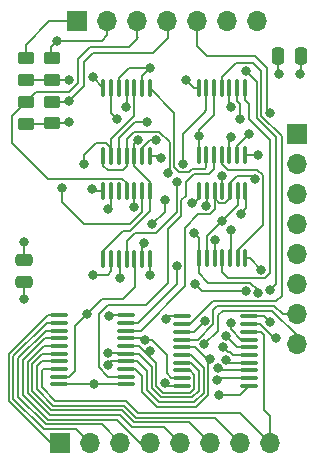
<source format=gbr>
%TF.GenerationSoftware,KiCad,Pcbnew,(6.0.0-0)*%
%TF.CreationDate,2022-02-14T20:59:38-05:00*%
%TF.ProjectId,Shifter-v6,53686966-7465-4722-9d76-362e6b696361,rev?*%
%TF.SameCoordinates,Original*%
%TF.FileFunction,Copper,L1,Top*%
%TF.FilePolarity,Positive*%
%FSLAX46Y46*%
G04 Gerber Fmt 4.6, Leading zero omitted, Abs format (unit mm)*
G04 Created by KiCad (PCBNEW (6.0.0-0)) date 2022-02-14 20:59:38*
%MOMM*%
%LPD*%
G01*
G04 APERTURE LIST*
G04 Aperture macros list*
%AMRoundRect*
0 Rectangle with rounded corners*
0 $1 Rounding radius*
0 $2 $3 $4 $5 $6 $7 $8 $9 X,Y pos of 4 corners*
0 Add a 4 corners polygon primitive as box body*
4,1,4,$2,$3,$4,$5,$6,$7,$8,$9,$2,$3,0*
0 Add four circle primitives for the rounded corners*
1,1,$1+$1,$2,$3*
1,1,$1+$1,$4,$5*
1,1,$1+$1,$6,$7*
1,1,$1+$1,$8,$9*
0 Add four rect primitives between the rounded corners*
20,1,$1+$1,$2,$3,$4,$5,0*
20,1,$1+$1,$4,$5,$6,$7,0*
20,1,$1+$1,$6,$7,$8,$9,0*
20,1,$1+$1,$8,$9,$2,$3,0*%
G04 Aperture macros list end*
%TA.AperFunction,SMDPad,CuDef*%
%ADD10RoundRect,0.100000X0.637500X0.100000X-0.637500X0.100000X-0.637500X-0.100000X0.637500X-0.100000X0*%
%TD*%
%TA.AperFunction,SMDPad,CuDef*%
%ADD11RoundRect,0.100000X-0.637500X-0.100000X0.637500X-0.100000X0.637500X0.100000X-0.637500X0.100000X0*%
%TD*%
%TA.AperFunction,SMDPad,CuDef*%
%ADD12RoundRect,0.100000X0.100000X-0.637500X0.100000X0.637500X-0.100000X0.637500X-0.100000X-0.637500X0*%
%TD*%
%TA.AperFunction,SMDPad,CuDef*%
%ADD13RoundRect,0.250000X-0.450000X0.262500X-0.450000X-0.262500X0.450000X-0.262500X0.450000X0.262500X0*%
%TD*%
%TA.AperFunction,SMDPad,CuDef*%
%ADD14RoundRect,0.250000X-0.475000X0.250000X-0.475000X-0.250000X0.475000X-0.250000X0.475000X0.250000X0*%
%TD*%
%TA.AperFunction,SMDPad,CuDef*%
%ADD15RoundRect,0.250000X-0.250000X-0.475000X0.250000X-0.475000X0.250000X0.475000X-0.250000X0.475000X0*%
%TD*%
%TA.AperFunction,ComponentPad*%
%ADD16R,1.700000X1.700000*%
%TD*%
%TA.AperFunction,ComponentPad*%
%ADD17O,1.700000X1.700000*%
%TD*%
%TA.AperFunction,ViaPad*%
%ADD18C,0.800000*%
%TD*%
%TA.AperFunction,Conductor*%
%ADD19C,0.200000*%
%TD*%
G04 APERTURE END LIST*
D10*
%TO.P,U5,1,A->B*%
%TO.N,VCC*%
X170248500Y-96143000D03*
%TO.P,U5,2,A0*%
%TO.N,Net-(U4-Pad3)*%
X170248500Y-95493000D03*
%TO.P,U5,3,A1*%
%TO.N,A5*%
X170248500Y-94843000D03*
%TO.P,U5,4,A2*%
%TO.N,A4*%
X170248500Y-94193000D03*
%TO.P,U5,5,A3*%
%TO.N,A3*%
X170248500Y-93543000D03*
%TO.P,U5,6,A4*%
%TO.N,A2*%
X170248500Y-92893000D03*
%TO.P,U5,7,A5*%
%TO.N,A1*%
X170248500Y-92243000D03*
%TO.P,U5,8,A6*%
%TO.N,A0*%
X170248500Y-91593000D03*
%TO.P,U5,9,A7*%
%TO.N,Net-(U3-Pad3)*%
X170248500Y-90943000D03*
%TO.P,U5,10,GND*%
%TO.N,GND*%
X170248500Y-90293000D03*
%TO.P,U5,11,B7*%
%TO.N,Q0*%
X164523500Y-90293000D03*
%TO.P,U5,12,B6*%
%TO.N,Q1*%
X164523500Y-90943000D03*
%TO.P,U5,13,B5*%
%TO.N,Q2*%
X164523500Y-91593000D03*
%TO.P,U5,14,B4*%
%TO.N,Q3*%
X164523500Y-92243000D03*
%TO.P,U5,15,B3*%
%TO.N,Q4*%
X164523500Y-92893000D03*
%TO.P,U5,16,B2*%
%TO.N,Q5*%
X164523500Y-93543000D03*
%TO.P,U5,17,B1*%
%TO.N,Q6*%
X164523500Y-94193000D03*
%TO.P,U5,18,B0*%
%TO.N,Q7*%
X164523500Y-94843000D03*
%TO.P,U5,19,CE*%
%TO.N,~{SHL}*%
X164523500Y-95493000D03*
%TO.P,U5,20,VCC*%
%TO.N,VCC*%
X164523500Y-96143000D03*
%TD*%
D11*
%TO.P,U6,1,A->B*%
%TO.N,VCC*%
X174937500Y-90397000D03*
%TO.P,U6,2,A0*%
%TO.N,Net-(U4-Pad11)*%
X174937500Y-91047000D03*
%TO.P,U6,3,A1*%
%TO.N,A7*%
X174937500Y-91697000D03*
%TO.P,U6,4,A2*%
%TO.N,A6*%
X174937500Y-92347000D03*
%TO.P,U6,5,A3*%
%TO.N,A5*%
X174937500Y-92997000D03*
%TO.P,U6,6,A4*%
%TO.N,A4*%
X174937500Y-93647000D03*
%TO.P,U6,7,A5*%
%TO.N,A3*%
X174937500Y-94297000D03*
%TO.P,U6,8,A6*%
%TO.N,A2*%
X174937500Y-94947000D03*
%TO.P,U6,9,A7*%
%TO.N,A1*%
X174937500Y-95597000D03*
%TO.P,U6,10,GND*%
%TO.N,GND*%
X174937500Y-96247000D03*
%TO.P,U6,11,B7*%
%TO.N,Q0*%
X180662500Y-96247000D03*
%TO.P,U6,12,B6*%
%TO.N,Q1*%
X180662500Y-95597000D03*
%TO.P,U6,13,B5*%
%TO.N,Q2*%
X180662500Y-94947000D03*
%TO.P,U6,14,B4*%
%TO.N,Q3*%
X180662500Y-94297000D03*
%TO.P,U6,15,B3*%
%TO.N,Q4*%
X180662500Y-93647000D03*
%TO.P,U6,16,B2*%
%TO.N,Q5*%
X180662500Y-92997000D03*
%TO.P,U6,17,B1*%
%TO.N,Q6*%
X180662500Y-92347000D03*
%TO.P,U6,18,B0*%
%TO.N,Q7*%
X180662500Y-91697000D03*
%TO.P,U6,19,CE*%
%TO.N,~{SHR}*%
X180662500Y-91047000D03*
%TO.P,U6,20,VCC*%
%TO.N,VCC*%
X180662500Y-90397000D03*
%TD*%
D12*
%TO.P,U2,1*%
%TO.N,ARITHMETIC*%
X168300000Y-85512500D03*
%TO.P,U2,2*%
%TO.N,/!ARITHMETIC*%
X168950000Y-85512500D03*
%TO.P,U2,3*%
%TO.N,~{SHR}*%
X169600000Y-85512500D03*
%TO.P,U2,4*%
%TO.N,Net-(U2-Pad4)*%
X170250000Y-85512500D03*
%TO.P,U2,5*%
%TO.N,~{SHL}*%
X170900000Y-85512500D03*
%TO.P,U2,6*%
%TO.N,Net-(U2-Pad6)*%
X171550000Y-85512500D03*
%TO.P,U2,7,GND*%
%TO.N,GND*%
X172200000Y-85512500D03*
%TO.P,U2,8*%
%TO.N,ARITHMETIC*%
X172200000Y-79787500D03*
%TO.P,U2,9*%
%TO.N,~{ARITHMETIC}*%
X171550000Y-79787500D03*
%TO.P,U2,10*%
%TO.N,ROTATE*%
X170900000Y-79787500D03*
%TO.P,U2,11*%
%TO.N,~{ROTATE}*%
X170250000Y-79787500D03*
%TO.P,U2,12*%
%TO.N,unconnected-(U2-Pad12)*%
X169600000Y-79787500D03*
%TO.P,U2,13*%
%TO.N,GND*%
X168950000Y-79787500D03*
%TO.P,U2,14,VCC*%
%TO.N,VCC*%
X168300000Y-79787500D03*
%TD*%
D13*
%TO.P,R11,1*%
%TO.N,~{SHL}*%
X163900000Y-68525000D03*
%TO.P,R11,2*%
%TO.N,VCC*%
X163900000Y-70350000D03*
%TD*%
D12*
%TO.P,U1,1*%
%TO.N,A7*%
X168300000Y-76812500D03*
%TO.P,U1,2*%
%TO.N,/!ARITHMETIC*%
X168950000Y-76812500D03*
%TO.P,U1,3*%
%TO.N,Net-(U1-Pad3)*%
X169600000Y-76812500D03*
%TO.P,U1,4*%
%TO.N,A7*%
X170250000Y-76812500D03*
%TO.P,U1,5*%
%TO.N,ARITHMETIC*%
X170900000Y-76812500D03*
%TO.P,U1,6*%
%TO.N,/ARITHMETIC_AND_A7*%
X171550000Y-76812500D03*
%TO.P,U1,7,GND*%
%TO.N,GND*%
X172200000Y-76812500D03*
%TO.P,U1,8*%
%TO.N,Net-(U1-Pad8)*%
X172200000Y-71087500D03*
%TO.P,U1,9*%
%TO.N,A6*%
X171550000Y-71087500D03*
%TO.P,U1,10*%
%TO.N,/!ARITHMETIC*%
X170900000Y-71087500D03*
%TO.P,U1,11*%
%TO.N,Net-(U1-Pad11)*%
X170250000Y-71087500D03*
%TO.P,U1,12*%
%TO.N,A6*%
X169600000Y-71087500D03*
%TO.P,U1,13*%
%TO.N,ARITHMETIC*%
X168950000Y-71087500D03*
%TO.P,U1,14,VCC*%
%TO.N,VCC*%
X168300000Y-71087500D03*
%TD*%
D13*
%TO.P,R12,1*%
%TO.N,~{SHR}*%
X161700000Y-68537500D03*
%TO.P,R12,2*%
%TO.N,VCC*%
X161700000Y-70362500D03*
%TD*%
D14*
%TO.P,C2,1*%
%TO.N,GND*%
X161550000Y-85600000D03*
%TO.P,C2,2*%
%TO.N,VCC*%
X161550000Y-87500000D03*
%TD*%
D12*
%TO.P,U3,1*%
%TO.N,A7*%
X176400000Y-85462500D03*
%TO.P,U3,2*%
%TO.N,ROTATE*%
X177050000Y-85462500D03*
%TO.P,U3,3*%
%TO.N,Net-(U3-Pad3)*%
X177700000Y-85462500D03*
%TO.P,U3,4*%
%TO.N,Net-(U3-Pad4)*%
X178350000Y-85462500D03*
%TO.P,U3,5*%
%TO.N,Net-(U2-Pad6)*%
X179000000Y-85462500D03*
%TO.P,U3,6*%
%TO.N,Net-(U3-Pad6)*%
X179650000Y-85462500D03*
%TO.P,U3,7,GND*%
%TO.N,GND*%
X180300000Y-85462500D03*
%TO.P,U3,8*%
%TO.N,Net-(U3-Pad8)*%
X180300000Y-79737500D03*
%TO.P,U3,9*%
%TO.N,ROTATE*%
X179650000Y-79737500D03*
%TO.P,U3,10*%
%TO.N,A0*%
X179000000Y-79737500D03*
%TO.P,U3,11*%
%TO.N,Net-(U3-Pad11)*%
X178350000Y-79737500D03*
%TO.P,U3,12*%
%TO.N,A0*%
X177700000Y-79737500D03*
%TO.P,U3,13*%
%TO.N,Net-(U2-Pad4)*%
X177050000Y-79737500D03*
%TO.P,U3,14,VCC*%
%TO.N,VCC*%
X176400000Y-79737500D03*
%TD*%
D13*
%TO.P,R13,1*%
%TO.N,~{ARITHMETIC}*%
X163900000Y-72225000D03*
%TO.P,R13,2*%
%TO.N,VCC*%
X163900000Y-74050000D03*
%TD*%
D15*
%TO.P,C1,1*%
%TO.N,GND*%
X183100000Y-68300000D03*
%TO.P,C1,2*%
%TO.N,VCC*%
X185000000Y-68300000D03*
%TD*%
D12*
%TO.P,U4,1*%
%TO.N,/ARITHMETIC_AND_A7*%
X176350000Y-76762500D03*
%TO.P,U4,2*%
%TO.N,Net-(U1-Pad8)*%
X177000000Y-76762500D03*
%TO.P,U4,3*%
%TO.N,Net-(U4-Pad3)*%
X177650000Y-76762500D03*
%TO.P,U4,4*%
%TO.N,Net-(U3-Pad6)*%
X178300000Y-76762500D03*
%TO.P,U4,5*%
%TO.N,Net-(U3-Pad11)*%
X178950000Y-76762500D03*
%TO.P,U4,6*%
%TO.N,CARRY_OUT*%
X179600000Y-76762500D03*
%TO.P,U4,7,GND*%
%TO.N,GND*%
X180250000Y-76762500D03*
%TO.P,U4,8*%
%TO.N,Net-(U3-Pad4)*%
X180250000Y-71037500D03*
%TO.P,U4,9*%
%TO.N,Net-(U1-Pad3)*%
X179600000Y-71037500D03*
%TO.P,U4,10*%
%TO.N,Net-(U1-Pad11)*%
X178950000Y-71037500D03*
%TO.P,U4,11*%
%TO.N,Net-(U4-Pad11)*%
X178300000Y-71037500D03*
%TO.P,U4,12*%
%TO.N,/ARITHMETIC_AND_A7*%
X177650000Y-71037500D03*
%TO.P,U4,13*%
%TO.N,Net-(U3-Pad8)*%
X177000000Y-71037500D03*
%TO.P,U4,14,VCC*%
%TO.N,VCC*%
X176350000Y-71037500D03*
%TD*%
D13*
%TO.P,R10,1*%
%TO.N,~{ROTATE}*%
X161700000Y-72237500D03*
%TO.P,R10,2*%
%TO.N,VCC*%
X161700000Y-74062500D03*
%TD*%
D16*
%TO.P,J3,1,Pin_1*%
%TO.N,~{SHR}*%
X166075000Y-65400000D03*
D17*
%TO.P,J3,2,Pin_2*%
%TO.N,~{SHL}*%
X168615000Y-65400000D03*
%TO.P,J3,3,Pin_3*%
%TO.N,~{ROTATE}*%
X171155000Y-65400000D03*
%TO.P,J3,4,Pin_4*%
%TO.N,~{ARITHMETIC}*%
X173695000Y-65400000D03*
%TO.P,J3,5,Pin_5*%
%TO.N,CARRY_OUT*%
X176235000Y-65400000D03*
%TO.P,J3,6,Pin_6*%
%TO.N,GND*%
X178775000Y-65400000D03*
%TO.P,J3,7,Pin_7*%
%TO.N,VCC*%
X181315000Y-65400000D03*
%TD*%
D16*
%TO.P,J2,1,Pin_1*%
%TO.N,Q0*%
X164630000Y-101100000D03*
D17*
%TO.P,J2,2,Pin_2*%
%TO.N,Q1*%
X167170000Y-101100000D03*
%TO.P,J2,3,Pin_3*%
%TO.N,Q2*%
X169710000Y-101100000D03*
%TO.P,J2,4,Pin_4*%
%TO.N,Q3*%
X172250000Y-101100000D03*
%TO.P,J2,5,Pin_5*%
%TO.N,Q4*%
X174790000Y-101100000D03*
%TO.P,J2,6,Pin_6*%
%TO.N,Q5*%
X177330000Y-101100000D03*
%TO.P,J2,7,Pin_7*%
%TO.N,Q6*%
X179870000Y-101100000D03*
%TO.P,J2,8,Pin_8*%
%TO.N,Q7*%
X182410000Y-101100000D03*
%TD*%
D16*
%TO.P,J1,1,Pin_1*%
%TO.N,A0*%
X184700000Y-74970000D03*
D17*
%TO.P,J1,2,Pin_2*%
%TO.N,A1*%
X184700000Y-77510000D03*
%TO.P,J1,3,Pin_3*%
%TO.N,A2*%
X184700000Y-80050000D03*
%TO.P,J1,4,Pin_4*%
%TO.N,A3*%
X184700000Y-82590000D03*
%TO.P,J1,5,Pin_5*%
%TO.N,A4*%
X184700000Y-85130000D03*
%TO.P,J1,6,Pin_6*%
%TO.N,A5*%
X184700000Y-87670000D03*
%TO.P,J1,7,Pin_7*%
%TO.N,A6*%
X184700000Y-90210000D03*
%TO.P,J1,8,Pin_8*%
%TO.N,A7*%
X184700000Y-92750000D03*
%TD*%
D18*
%TO.N,A0*%
X181102000Y-78740000D03*
%TO.N,A1*%
X171837756Y-92422987D03*
%TO.N,A2*%
X172257349Y-93330151D03*
%TO.N,A3*%
X168651784Y-93460782D03*
%TO.N,A4*%
X168656000Y-94488000D03*
%TO.N,A5*%
X177292000Y-93980000D03*
%TO.N,A6*%
X180340000Y-69596000D03*
X182372000Y-88138000D03*
X172212000Y-69342000D03*
%TO.N,A7*%
X173736000Y-78232000D03*
X176847716Y-92757023D03*
X181356000Y-88392000D03*
X175959500Y-83312000D03*
X176866125Y-90760125D03*
%TO.N,Q0*%
X178054000Y-97028000D03*
%TO.N,Q1*%
X177952195Y-95779695D03*
%TO.N,Q2*%
X177977620Y-94780516D03*
%TO.N,Q3*%
X178709006Y-94099282D03*
%TO.N,Q4*%
X178386236Y-92989702D03*
%TO.N,Q5*%
X178672965Y-92032209D03*
%TO.N,Q6*%
X179070000Y-90932000D03*
%TO.N,VCC*%
X184912000Y-69850000D03*
X161544000Y-88900000D03*
X175260000Y-70358000D03*
X167323500Y-79562544D03*
X173560175Y-90611118D03*
X175770876Y-80795880D03*
X165354000Y-70358000D03*
X167509000Y-96143000D03*
X167386000Y-70104000D03*
X182372000Y-90844022D03*
X165354000Y-73914000D03*
%TO.N,GND*%
X161544000Y-84074000D03*
X168692681Y-81324348D03*
X168738372Y-90314872D03*
X172212000Y-86868000D03*
X181659786Y-86422500D03*
X181356000Y-76708000D03*
X173207489Y-76962000D03*
X173482000Y-96012000D03*
X183134000Y-69850000D03*
%TO.N,CARRY_OUT*%
X180594000Y-74930000D03*
X182372000Y-73152000D03*
%TO.N,~{SHR}*%
X182880000Y-92202000D03*
X176022000Y-87630000D03*
X169672000Y-87122000D03*
X180364007Y-88269709D03*
%TO.N,~{SHL}*%
X164338000Y-67056000D03*
X166878000Y-90170000D03*
%TO.N,ARITHMETIC*%
X169418000Y-73660000D03*
X171196000Y-75438000D03*
%TO.N,ROTATE*%
X178308000Y-82296000D03*
X172444248Y-82598509D03*
X173482000Y-80518000D03*
X170850500Y-81095058D03*
%TO.N,/!ARITHMETIC*%
X167386000Y-86868000D03*
X166624000Y-77470000D03*
%TO.N,Net-(U1-Pad3)*%
X171958000Y-73914000D03*
X179832000Y-73660000D03*
%TO.N,Net-(U1-Pad11)*%
X170180000Y-72644000D03*
X179070000Y-72644000D03*
%TO.N,/ARITHMETIC_AND_A7*%
X176350000Y-75110000D03*
X172720000Y-75438000D03*
%TO.N,Net-(U2-Pad4)*%
X177000500Y-81026000D03*
X174498000Y-78993998D03*
%TO.N,Net-(U2-Pad6)*%
X179070000Y-83058000D03*
X171762826Y-84191652D03*
%TO.N,Net-(U3-Pad3)*%
X177749500Y-83899146D03*
X174498000Y-86106000D03*
%TO.N,Net-(U3-Pad8)*%
X175006000Y-77470000D03*
X179915630Y-81677613D03*
%TO.N,Net-(U3-Pad11)*%
X179070000Y-75184000D03*
X178308000Y-78486000D03*
%TO.N,~{ARITHMETIC}*%
X164762989Y-79491100D03*
X165354000Y-72136000D03*
%TD*%
D19*
%TO.N,A0*%
X177290248Y-81725511D02*
X177700000Y-81315759D01*
X178615486Y-80774520D02*
X178084514Y-80774520D01*
X179000000Y-79737500D02*
X179000000Y-79064000D01*
X179578000Y-78486000D02*
X180848000Y-78486000D01*
X170248500Y-91593000D02*
X171452497Y-91593000D01*
X177700000Y-81315759D02*
X177700000Y-79737500D01*
X179000000Y-79064000D02*
X179578000Y-78486000D01*
X171452497Y-91593000D02*
X175197501Y-87847996D01*
X177700000Y-80390006D02*
X177700000Y-79737500D01*
X175197501Y-87847996D02*
X175197501Y-82866499D01*
X180848000Y-78486000D02*
X181102000Y-78740000D01*
X175197501Y-82866499D02*
X176338489Y-81725511D01*
X176338489Y-81725511D02*
X177290248Y-81725511D01*
X179000000Y-79737500D02*
X179000000Y-80390006D01*
X179000000Y-80390006D02*
X178615486Y-80774520D01*
X178084514Y-80774520D02*
X177700000Y-80390006D01*
%TO.N,A1*%
X172406232Y-92422987D02*
X171837756Y-92422987D01*
X171657769Y-92243000D02*
X171837756Y-92422987D01*
X170248500Y-92243000D02*
X171657769Y-92243000D01*
X174056997Y-95597000D02*
X173664532Y-95204535D01*
X173664532Y-95204535D02*
X173664532Y-93681287D01*
X174937500Y-95597000D02*
X174056997Y-95597000D01*
X173664532Y-93681287D02*
X172406232Y-92422987D01*
%TO.N,A2*%
X173326222Y-96845467D02*
X172782499Y-96301744D01*
X175641539Y-96845467D02*
X173326222Y-96845467D01*
X172782499Y-96301744D02*
X172782499Y-94356975D01*
X174937500Y-94947000D02*
X175590006Y-94947000D01*
X175590006Y-94947000D02*
X175974520Y-95331514D01*
X172782499Y-94356975D02*
X171318524Y-92893000D01*
X171318524Y-92893000D02*
X170248500Y-92893000D01*
X175974520Y-95331514D02*
X175974520Y-96512486D01*
X175974520Y-96512486D02*
X175641539Y-96845467D01*
%TO.N,A3*%
X176374030Y-96677970D02*
X175807023Y-97244977D01*
X170248500Y-93543000D02*
X170166282Y-93460782D01*
X175700390Y-94297000D02*
X176374030Y-94970640D01*
X176374030Y-94970640D02*
X176374030Y-96677970D01*
X171293755Y-93543000D02*
X170248500Y-93543000D01*
X172382988Y-96467226D02*
X172382988Y-94632233D01*
X175807023Y-97244977D02*
X173160738Y-97244977D01*
X170166282Y-93460782D02*
X168651784Y-93460782D01*
X173160738Y-97244977D02*
X172382988Y-96467226D01*
X174937500Y-94297000D02*
X175700390Y-94297000D01*
X172382988Y-94632233D02*
X171293755Y-93543000D01*
%TO.N,A4*%
X176773540Y-94731540D02*
X176773540Y-96843454D01*
X171139880Y-94193000D02*
X170248500Y-94193000D01*
X175689000Y-93647000D02*
X176773540Y-94731540D01*
X171983477Y-95036597D02*
X171139880Y-94193000D01*
X171983477Y-96632707D02*
X171983477Y-95036597D01*
X168656000Y-94488000D02*
X168951000Y-94193000D01*
X176773540Y-96843454D02*
X175972505Y-97644489D01*
X172995259Y-97644489D02*
X171983477Y-96632707D01*
X168951000Y-94193000D02*
X170248500Y-94193000D01*
X175972505Y-97644489D02*
X172995259Y-97644489D01*
X174937500Y-93647000D02*
X175689000Y-93647000D01*
%TO.N,A5*%
X177173050Y-97008939D02*
X176137989Y-98044000D01*
X177173050Y-94088295D02*
X177173050Y-97008939D01*
X171583966Y-95443983D02*
X170982983Y-94843000D01*
X176081755Y-92997000D02*
X177173050Y-94088295D01*
X170982983Y-94843000D02*
X170248500Y-94843000D01*
X171583966Y-96798189D02*
X171583966Y-95443983D01*
X172829777Y-98044000D02*
X171583966Y-96798189D01*
X174937500Y-92997000D02*
X176081755Y-92997000D01*
X176137989Y-98044000D02*
X172829777Y-98044000D01*
%TO.N,A6*%
X181272989Y-70528989D02*
X180340000Y-69596000D01*
X177565626Y-91049869D02*
X177565626Y-89839381D01*
X169600000Y-71087500D02*
X169600000Y-70176000D01*
X182766006Y-89491012D02*
X183484994Y-90210000D01*
X182880000Y-75214238D02*
X181272988Y-73607226D01*
X181272988Y-73607226D02*
X181272989Y-70528989D01*
X183484994Y-90210000D02*
X184700000Y-90210000D01*
X170434000Y-69342000D02*
X172212000Y-69342000D01*
X177565626Y-89839381D02*
X177913996Y-89491011D01*
X176268495Y-92347000D02*
X177565626Y-91049869D01*
X177913996Y-89491011D02*
X182766006Y-89491012D01*
X171550000Y-70004000D02*
X171550000Y-71087500D01*
X182880000Y-87630000D02*
X182880000Y-75214238D01*
X182372000Y-88138000D02*
X182880000Y-87630000D01*
X174937500Y-92347000D02*
X176268495Y-92347000D01*
X172212000Y-69342000D02*
X171550000Y-70004000D01*
X169600000Y-70176000D02*
X170434000Y-69342000D01*
%TO.N,A7*%
X170250000Y-75394755D02*
X170906256Y-74738499D01*
X182600522Y-89890522D02*
X178379514Y-89890522D01*
X174937500Y-91697000D02*
X175929250Y-91697000D01*
X176400000Y-83752500D02*
X175959500Y-83312000D01*
X173906989Y-78061011D02*
X173736000Y-78232000D01*
X180682517Y-87521511D02*
X177183511Y-87521511D01*
X168300000Y-76812500D02*
X168300000Y-77622000D01*
X176400000Y-85462500D02*
X176400000Y-83752500D01*
X177183511Y-87521511D02*
X176400000Y-86738000D01*
X184700000Y-92750000D02*
X184700000Y-91990000D01*
X181356000Y-88392000D02*
X181356000Y-88194993D01*
X168656000Y-77978000D02*
X169926000Y-77978000D01*
X175929250Y-91697000D02*
X176866125Y-90760125D01*
X170250000Y-76812500D02*
X170250000Y-75394755D01*
X177965137Y-91639602D02*
X176847716Y-92757023D01*
X173906989Y-75635744D02*
X173906989Y-78061011D01*
X169926000Y-77978000D02*
X170250000Y-77654000D01*
X176400000Y-86738000D02*
X176400000Y-85462500D01*
X178379514Y-89890522D02*
X177965137Y-90304899D01*
X170250000Y-77654000D02*
X170250000Y-76812500D01*
X168300000Y-77622000D02*
X168656000Y-77978000D01*
X173009744Y-74738499D02*
X173906989Y-75635744D01*
X177965137Y-90304899D02*
X177965137Y-91639602D01*
X170906256Y-74738499D02*
X173009744Y-74738499D01*
X184700000Y-91990000D02*
X182600522Y-89890522D01*
X181356000Y-88194993D02*
X180682517Y-87521511D01*
%TO.N,Q0*%
X163562040Y-90293000D02*
X164523500Y-90293000D01*
X160274000Y-97536000D02*
X160274000Y-93581040D01*
X163838000Y-101100000D02*
X160274000Y-97536000D01*
X160274000Y-93581040D02*
X163562040Y-90293000D01*
X180662500Y-96247000D02*
X179881500Y-97028000D01*
X179881500Y-97028000D02*
X178054000Y-97028000D01*
X164630000Y-101100000D02*
X163838000Y-101100000D01*
%TO.N,Q1*%
X160673511Y-93746527D02*
X160673511Y-97370517D01*
X166003066Y-99933066D02*
X167170000Y-101100000D01*
X178134890Y-95597000D02*
X177952195Y-95779695D01*
X180662500Y-95597000D02*
X178134890Y-95597000D01*
X163236060Y-99933066D02*
X166003066Y-99933066D01*
X160673511Y-97370517D02*
X163236060Y-99933066D01*
X164523500Y-90943000D02*
X163477038Y-90943000D01*
X163477038Y-90943000D02*
X160673511Y-93746527D01*
%TO.N,Q2*%
X161073022Y-97205034D02*
X161073022Y-93912009D01*
X161073022Y-93912009D02*
X163392031Y-91593000D01*
X163401543Y-99533555D02*
X161073022Y-97205034D01*
X180662500Y-94947000D02*
X178144104Y-94947000D01*
X169710000Y-101100000D02*
X168143555Y-99533555D01*
X168143555Y-99533555D02*
X163401543Y-99533555D01*
X178144104Y-94947000D02*
X177977620Y-94780516D01*
X163392031Y-91593000D02*
X164523500Y-91593000D01*
%TO.N,Q3*%
X167647105Y-99134044D02*
X167647103Y-99134042D01*
X169444522Y-99134044D02*
X167647105Y-99134044D01*
X172250000Y-101100000D02*
X171410478Y-101100000D01*
X163307035Y-92243000D02*
X164523500Y-92243000D01*
X161472533Y-97039551D02*
X161472533Y-94077502D01*
X161472533Y-94077502D02*
X163307035Y-92243000D01*
X163567024Y-99134042D02*
X161472533Y-97039551D01*
X167647103Y-99134042D02*
X163567024Y-99134042D01*
X180662500Y-94297000D02*
X178906724Y-94297000D01*
X171410478Y-101100000D02*
X169444522Y-99134044D01*
X178906724Y-94297000D02*
X178709006Y-94099282D01*
%TO.N,Q4*%
X163222029Y-92893000D02*
X164523500Y-92893000D01*
X170699549Y-99750532D02*
X169683550Y-98734533D01*
X180662500Y-93647000D02*
X179245969Y-93647000D01*
X163732508Y-98734532D02*
X161872044Y-96874068D01*
X169683550Y-98734533D02*
X167812587Y-98734533D01*
X167812585Y-98734531D02*
X163732508Y-98734532D01*
X167812587Y-98734533D02*
X167812585Y-98734531D01*
X161872045Y-94242984D02*
X163222029Y-92893000D01*
X161872044Y-96874068D02*
X161872045Y-94242984D01*
X178884288Y-93399781D02*
X178474209Y-92989702D01*
X174790000Y-101100000D02*
X173440533Y-99750533D01*
X178474209Y-92989702D02*
X178386236Y-92989702D01*
X178998750Y-93399781D02*
X178884288Y-93399781D01*
X173440533Y-99750533D02*
X170699549Y-99750532D01*
X179245969Y-93647000D02*
X178998750Y-93399781D01*
%TO.N,Q5*%
X162271555Y-96708585D02*
X162271555Y-94408468D01*
X163897988Y-98335018D02*
X162271555Y-96708585D01*
X175581022Y-99351022D02*
X170865033Y-99351022D01*
X170865033Y-99351022D02*
X169849030Y-98335019D01*
X162271555Y-94408468D02*
X163137023Y-93543000D01*
X180662500Y-92997000D02*
X179637756Y-92997000D01*
X163137023Y-93543000D02*
X164523500Y-93543000D01*
X169849030Y-98335019D02*
X163897988Y-98335018D01*
X179637756Y-92997000D02*
X178672965Y-92032209D01*
X177330000Y-101100000D02*
X175581022Y-99351022D01*
%TO.N,Q6*%
X179977000Y-92347000D02*
X179070000Y-91440000D01*
X179870000Y-101100000D02*
X177721511Y-98951511D01*
X164063472Y-97935508D02*
X162671066Y-96543102D01*
X177721511Y-98951511D02*
X171030516Y-98951510D01*
X162671066Y-94602437D02*
X163080503Y-94193000D01*
X163080503Y-94193000D02*
X164523500Y-94193000D01*
X162671066Y-96543102D02*
X162671066Y-94602437D01*
X180662500Y-92347000D02*
X179977000Y-92347000D01*
X170014512Y-97935508D02*
X164063472Y-97935508D01*
X179070000Y-91440000D02*
X179070000Y-90932000D01*
X171030516Y-98951510D02*
X170014512Y-97935508D01*
%TO.N,Q7*%
X170179997Y-97535997D02*
X164228955Y-97535997D01*
X181613000Y-91697000D02*
X180662500Y-91697000D01*
X163221000Y-94843000D02*
X164523500Y-94843000D01*
X182410000Y-101100000D02*
X182410000Y-98844000D01*
X171196000Y-98552000D02*
X170179997Y-97535997D01*
X181864000Y-91948000D02*
X181613000Y-91697000D01*
X163070577Y-96377619D02*
X163070577Y-94993423D01*
X182410000Y-101100000D02*
X179862000Y-98552000D01*
X181864000Y-98298000D02*
X181864000Y-91948000D01*
X164228955Y-97535997D02*
X163070577Y-96377619D01*
X182410000Y-98844000D02*
X181864000Y-98298000D01*
X163070577Y-94993423D02*
X163221000Y-94843000D01*
X179862000Y-98552000D02*
X171196000Y-98552000D01*
%TO.N,VCC*%
X161550000Y-87500000D02*
X161550000Y-88894000D01*
X175998120Y-80795880D02*
X175770876Y-80795880D01*
X164523500Y-96143000D02*
X167509000Y-96143000D01*
X181924978Y-90397000D02*
X182372000Y-90844022D01*
X161550000Y-88894000D02*
X161544000Y-88900000D01*
X161700000Y-74062500D02*
X163887500Y-74062500D01*
X185000000Y-69762000D02*
X184912000Y-69850000D01*
X168300000Y-79787500D02*
X167548456Y-79787500D01*
X176400000Y-80394000D02*
X175998120Y-80795880D01*
X173774293Y-90397000D02*
X173560175Y-90611118D01*
X163900000Y-70350000D02*
X165346000Y-70350000D01*
X161700000Y-70362500D02*
X163887500Y-70362500D01*
X176400000Y-79737500D02*
X176400000Y-80394000D01*
X176350000Y-71037500D02*
X175939500Y-71037500D01*
X168300000Y-71018000D02*
X167386000Y-70104000D01*
X168300000Y-71087500D02*
X168300000Y-71018000D01*
X167548456Y-79787500D02*
X167323500Y-79562544D01*
X163887500Y-74062500D02*
X163900000Y-74050000D01*
X185000000Y-68300000D02*
X185000000Y-69762000D01*
X167509000Y-96143000D02*
X170248500Y-96143000D01*
X180662500Y-90397000D02*
X181924978Y-90397000D01*
X163887500Y-70362500D02*
X163900000Y-70350000D01*
X165346000Y-70350000D02*
X165354000Y-70358000D01*
X165218000Y-74050000D02*
X165354000Y-73914000D01*
X163900000Y-74050000D02*
X165218000Y-74050000D01*
X175939500Y-71037500D02*
X175260000Y-70358000D01*
X174937500Y-90397000D02*
X173774293Y-90397000D01*
%TO.N,GND*%
X173057989Y-76812500D02*
X173207489Y-76962000D01*
X174937500Y-96247000D02*
X173717000Y-96247000D01*
X181301500Y-76762500D02*
X181356000Y-76708000D01*
X172200000Y-86856000D02*
X172212000Y-86868000D01*
X168757128Y-90314872D02*
X168738372Y-90314872D01*
X161544000Y-84582000D02*
X161544000Y-84074000D01*
X161550000Y-84588000D02*
X161544000Y-84582000D01*
X168950000Y-81067029D02*
X168692681Y-81324348D01*
X168779000Y-90293000D02*
X168757128Y-90314872D01*
X180300000Y-85462500D02*
X180699786Y-85462500D01*
X168950000Y-79787500D02*
X168950000Y-81067029D01*
X172200000Y-76812500D02*
X173057989Y-76812500D01*
X180699786Y-85462500D02*
X181659786Y-86422500D01*
X161550000Y-85600000D02*
X161550000Y-84588000D01*
X183100000Y-68300000D02*
X183100000Y-69816000D01*
X183100000Y-69816000D02*
X183134000Y-69850000D01*
X173717000Y-96247000D02*
X173482000Y-96012000D01*
X170248500Y-90293000D02*
X168779000Y-90293000D01*
X172200000Y-85512500D02*
X172200000Y-86856000D01*
X180250000Y-76762500D02*
X181301500Y-76762500D01*
%TO.N,CARRY_OUT*%
X182118000Y-72136000D02*
X182118000Y-72898000D01*
X176784000Y-68072000D02*
X177038000Y-68326000D01*
X176235000Y-67523000D02*
X176784000Y-68072000D01*
X180594000Y-74930000D02*
X179600000Y-75924000D01*
X176235000Y-65400000D02*
X176235000Y-67523000D01*
X180340000Y-68326000D02*
X181102000Y-68326000D01*
X181864000Y-69088000D02*
X182118000Y-69342000D01*
X177038000Y-68326000D02*
X180340000Y-68326000D01*
X182118000Y-72898000D02*
X182372000Y-73152000D01*
X181102000Y-68326000D02*
X181864000Y-69088000D01*
X182118000Y-69342000D02*
X182118000Y-72136000D01*
X179600000Y-75924000D02*
X179600000Y-76762500D01*
%TO.N,~{SHR}*%
X169672000Y-85584500D02*
X169600000Y-85512500D01*
X182740733Y-92202000D02*
X182880000Y-92202000D01*
X169672000Y-87122000D02*
X169672000Y-85584500D01*
X163708000Y-65400000D02*
X161700000Y-67408000D01*
X166075000Y-65400000D02*
X163708000Y-65400000D01*
X180662500Y-91047000D02*
X181585733Y-91047000D01*
X161700000Y-67408000D02*
X161700000Y-68537500D01*
X176022000Y-87630000D02*
X176661709Y-88269709D01*
X176661709Y-88269709D02*
X180364007Y-88269709D01*
X181585733Y-91047000D02*
X182740733Y-92202000D01*
%TO.N,~{SHL}*%
X163830000Y-67564000D02*
X163830000Y-68455000D01*
X164338000Y-67056000D02*
X163830000Y-67564000D01*
X164523500Y-95493000D02*
X165365000Y-95493000D01*
X168148000Y-88900000D02*
X169926000Y-88900000D01*
X163830000Y-68455000D02*
X163900000Y-68525000D01*
X165862000Y-94996000D02*
X165862000Y-91186000D01*
X170942000Y-85554500D02*
X170900000Y-85512500D01*
X165365000Y-95493000D02*
X165862000Y-94996000D01*
X168615000Y-66589000D02*
X168148000Y-67056000D01*
X168615000Y-65400000D02*
X168615000Y-66589000D01*
X168148000Y-67056000D02*
X164338000Y-67056000D01*
X170942000Y-87884000D02*
X170942000Y-85554500D01*
X169926000Y-88900000D02*
X170942000Y-87884000D01*
X165862000Y-91186000D02*
X168148000Y-88900000D01*
%TO.N,ARITHMETIC*%
X168950000Y-71087500D02*
X168950000Y-73192000D01*
X172200000Y-78982000D02*
X172200000Y-79787500D01*
X170900000Y-75734000D02*
X171196000Y-75438000D01*
X168950000Y-73192000D02*
X169418000Y-73660000D01*
X170900000Y-77682000D02*
X172200000Y-78982000D01*
X168300000Y-85512500D02*
X168300000Y-84859994D01*
X168300000Y-84859994D02*
X169993504Y-83166490D01*
X170522516Y-83166490D02*
X172200000Y-81489006D01*
X170900000Y-76812500D02*
X170900000Y-75734000D01*
X170900000Y-76812500D02*
X170900000Y-77682000D01*
X172200000Y-81489006D02*
X172200000Y-79787500D01*
X169993504Y-83166490D02*
X170522516Y-83166490D01*
%TO.N,ROTATE*%
X177050000Y-83554000D02*
X177050000Y-85462500D01*
X170900000Y-79787500D02*
X170900000Y-81045558D01*
X179650000Y-80954000D02*
X177050000Y-83554000D01*
X170900000Y-81045558D02*
X170850500Y-81095058D01*
X173482000Y-80518000D02*
X173482000Y-81560757D01*
X179650000Y-79737500D02*
X179650000Y-80954000D01*
X173482000Y-81560757D02*
X172444248Y-82598509D01*
%TO.N,/!ARITHMETIC*%
X168482006Y-75692000D02*
X168148000Y-75692000D01*
X168656000Y-86868000D02*
X168950000Y-86574000D01*
X170900000Y-71087500D02*
X170900000Y-73391007D01*
X168950000Y-76812500D02*
X168950000Y-76159994D01*
X167640000Y-75692000D02*
X166624000Y-76708000D01*
X168950000Y-86574000D02*
X168950000Y-85512500D01*
X168950000Y-75341007D02*
X168950000Y-76812500D01*
X168950000Y-76159994D02*
X168482006Y-75692000D01*
X170900000Y-73391007D02*
X168950000Y-75341007D01*
X167386000Y-86868000D02*
X168656000Y-86868000D01*
X168148000Y-75692000D02*
X167640000Y-75692000D01*
X166624000Y-76708000D02*
X166624000Y-77470000D01*
%TO.N,Net-(U1-Pad3)*%
X179578000Y-71059500D02*
X179600000Y-71037500D01*
X179832000Y-73660000D02*
X179832000Y-72390000D01*
X170942000Y-73914000D02*
X171958000Y-73914000D01*
X179832000Y-72390000D02*
X179578000Y-72136000D01*
X179578000Y-72136000D02*
X179578000Y-71059500D01*
X169600000Y-76812500D02*
X169600000Y-75256000D01*
X169926000Y-74930000D02*
X170942000Y-73914000D01*
X169600000Y-75256000D02*
X169926000Y-74930000D01*
%TO.N,Net-(U1-Pad8)*%
X175501490Y-78169501D02*
X174716256Y-78169501D01*
X175769533Y-77901458D02*
X175501490Y-78169501D01*
X176860542Y-77901458D02*
X175769533Y-77901458D01*
X174306499Y-77759744D02*
X174306499Y-73193999D01*
X177000000Y-77762000D02*
X176860542Y-77901458D01*
X174306499Y-73193999D02*
X172200000Y-71087500D01*
X177000000Y-76762500D02*
X177000000Y-77762000D01*
X174716256Y-78169501D02*
X174306499Y-77759744D01*
%TO.N,Net-(U1-Pad11)*%
X178950000Y-72524000D02*
X179070000Y-72644000D01*
X170250000Y-71087500D02*
X170250000Y-72574000D01*
X170250000Y-72574000D02*
X170180000Y-72644000D01*
X178950000Y-71037500D02*
X178950000Y-72524000D01*
%TO.N,Net-(U4-Pad3)*%
X167894000Y-90170000D02*
X168656000Y-89408000D01*
X173736000Y-87573007D02*
X173736000Y-83027761D01*
X168656000Y-89408000D02*
X171901007Y-89408000D01*
X177650000Y-77874000D02*
X177650000Y-76762500D01*
X167894000Y-94715245D02*
X167894000Y-90170000D01*
X175260000Y-79010001D02*
X175969032Y-78300969D01*
X170248500Y-95493000D02*
X168671755Y-95493000D01*
X173736000Y-83027761D02*
X174901976Y-81861785D01*
X171901007Y-89408000D02*
X173736000Y-87573007D01*
X175260000Y-80212744D02*
X175260000Y-79010001D01*
X168671755Y-95493000D02*
X167894000Y-94715245D01*
X177223031Y-78300969D02*
X177650000Y-77874000D01*
X174901976Y-80570768D02*
X175260000Y-80212744D01*
X174901976Y-81861785D02*
X174901976Y-80570768D01*
X175969032Y-78300969D02*
X177223031Y-78300969D01*
%TO.N,/ARITHMETIC_AND_A7*%
X171550000Y-76159994D02*
X172271994Y-75438000D01*
X177650000Y-71037500D02*
X177650000Y-73302000D01*
X171550000Y-76812500D02*
X171550000Y-76159994D01*
X172271994Y-75438000D02*
X172720000Y-75438000D01*
X177650000Y-73302000D02*
X176350000Y-74602000D01*
X176350000Y-74602000D02*
X176350000Y-76762500D01*
%TO.N,Net-(U2-Pad4)*%
X174498000Y-81534000D02*
X174498000Y-78993998D01*
X170942000Y-83312000D02*
X172720000Y-83312000D01*
X170250000Y-84004000D02*
X170942000Y-83312000D01*
X172720000Y-83312000D02*
X174498000Y-81534000D01*
X177050000Y-79737500D02*
X177050000Y-80976500D01*
X170250000Y-85512500D02*
X170250000Y-84004000D01*
X177050000Y-80976500D02*
X177000500Y-81026000D01*
%TO.N,Net-(U2-Pad6)*%
X179070000Y-85392500D02*
X179070000Y-83058000D01*
X179000000Y-85462500D02*
X179070000Y-85392500D01*
X171550000Y-85512500D02*
X171550000Y-84404478D01*
X171550000Y-84404478D02*
X171762826Y-84191652D01*
%TO.N,Net-(U3-Pad3)*%
X171185000Y-90943000D02*
X171704000Y-90424000D01*
X174498000Y-87630000D02*
X174498000Y-86106000D01*
X177700000Y-83948646D02*
X177749500Y-83899146D01*
X177700000Y-85462500D02*
X177700000Y-83948646D01*
X171704000Y-90424000D02*
X174244000Y-87884000D01*
X170248500Y-90943000D02*
X171185000Y-90943000D01*
X174244000Y-87884000D02*
X174498000Y-87630000D01*
%TO.N,Net-(U3-Pad4)*%
X180594000Y-72390000D02*
X180594000Y-73660000D01*
X182372000Y-75438000D02*
X182372000Y-86741000D01*
X178350000Y-86656000D02*
X178350000Y-85462500D01*
X180594000Y-73660000D02*
X182372000Y-75438000D01*
X180250000Y-71037500D02*
X180250000Y-72046000D01*
X182372000Y-86741000D02*
X181991000Y-87122000D01*
X181991000Y-87122000D02*
X178816000Y-87122000D01*
X180250000Y-72046000D02*
X180594000Y-72390000D01*
X178816000Y-87122000D02*
X178350000Y-86656000D01*
%TO.N,Net-(U3-Pad6)*%
X181329245Y-77978000D02*
X178816000Y-77978000D01*
X178300000Y-77462000D02*
X178300000Y-76762500D01*
X179650000Y-85462500D02*
X179650000Y-84764000D01*
X181801501Y-78450256D02*
X181329245Y-77978000D01*
X179650000Y-84764000D02*
X181801501Y-82612499D01*
X181801501Y-82612499D02*
X181801501Y-78450256D01*
X178816000Y-77978000D02*
X178300000Y-77462000D01*
%TO.N,Net-(U3-Pad8)*%
X177000000Y-71037500D02*
X177000000Y-72936000D01*
X176784000Y-73152000D02*
X175006000Y-74930000D01*
X180340000Y-81253243D02*
X179915630Y-81677613D01*
X180300000Y-79737500D02*
X180340000Y-79777500D01*
X180340000Y-79777500D02*
X180340000Y-81253243D01*
X177000000Y-72936000D02*
X176784000Y-73152000D01*
X175006000Y-74930000D02*
X175006000Y-76708000D01*
X175006000Y-76708000D02*
X175006000Y-77470000D01*
%TO.N,Net-(U3-Pad11)*%
X178950000Y-75304000D02*
X179070000Y-75184000D01*
X178308000Y-79695500D02*
X178350000Y-79737500D01*
X178950000Y-76762500D02*
X178950000Y-75304000D01*
X178308000Y-78486000D02*
X178308000Y-79695500D01*
%TO.N,Net-(U4-Pad11)*%
X182942499Y-89091501D02*
X183388000Y-88646000D01*
X174937500Y-91047000D02*
X175590006Y-91047000D01*
X175590006Y-91047000D02*
X177545505Y-89091501D01*
X179515501Y-68896499D02*
X178300000Y-70112000D01*
X181672499Y-69601505D02*
X180967493Y-68896499D01*
X183388000Y-88646000D02*
X183388000Y-75157245D01*
X180967493Y-68896499D02*
X179515501Y-68896499D01*
X183388000Y-75157245D02*
X181672499Y-73441744D01*
X181672499Y-73441744D02*
X181672499Y-69601505D01*
X178300000Y-70112000D02*
X178300000Y-71037500D01*
X177545505Y-89091501D02*
X182942499Y-89091501D01*
%TO.N,~{ROTATE}*%
X171155000Y-65400000D02*
X171155000Y-66761000D01*
X161700000Y-72234000D02*
X161700000Y-72237500D01*
X171155000Y-66761000D02*
X171196000Y-66802000D01*
X160528000Y-73409500D02*
X161700000Y-72237500D01*
X167132000Y-67564000D02*
X166116000Y-68580000D01*
X160528000Y-75692000D02*
X160528000Y-73409500D01*
X166116000Y-68580000D02*
X166116000Y-70612000D01*
X170250000Y-79787500D02*
X170250000Y-79134994D01*
X166116000Y-70612000D02*
X165354000Y-71374000D01*
X162560000Y-71374000D02*
X161700000Y-72234000D01*
X163576000Y-78740000D02*
X160528000Y-75692000D01*
X170250000Y-79134994D02*
X169855006Y-78740000D01*
X170434000Y-67564000D02*
X167132000Y-67564000D01*
X165354000Y-71374000D02*
X162560000Y-71374000D01*
X171196000Y-66802000D02*
X170434000Y-67564000D01*
X169855006Y-78740000D02*
X163576000Y-78740000D01*
%TO.N,~{ARITHMETIC}*%
X166624000Y-68834000D02*
X167386000Y-68072000D01*
X165354000Y-72136000D02*
X166624000Y-70866000D01*
X170574015Y-82550000D02*
X166624000Y-82550000D01*
X172466000Y-68072000D02*
X173736000Y-66802000D01*
X173736000Y-65441000D02*
X173695000Y-65400000D01*
X163900000Y-72225000D02*
X165265000Y-72225000D01*
X171550000Y-81574015D02*
X170574015Y-82550000D01*
X164762989Y-80688989D02*
X164762989Y-79491100D01*
X166624000Y-82550000D02*
X164762989Y-80688989D01*
X167386000Y-68072000D02*
X172466000Y-68072000D01*
X166624000Y-70866000D02*
X166624000Y-68834000D01*
X171550000Y-79787500D02*
X171550000Y-81574015D01*
X165265000Y-72225000D02*
X165354000Y-72136000D01*
X173736000Y-66802000D02*
X173736000Y-65441000D01*
%TD*%
M02*

</source>
